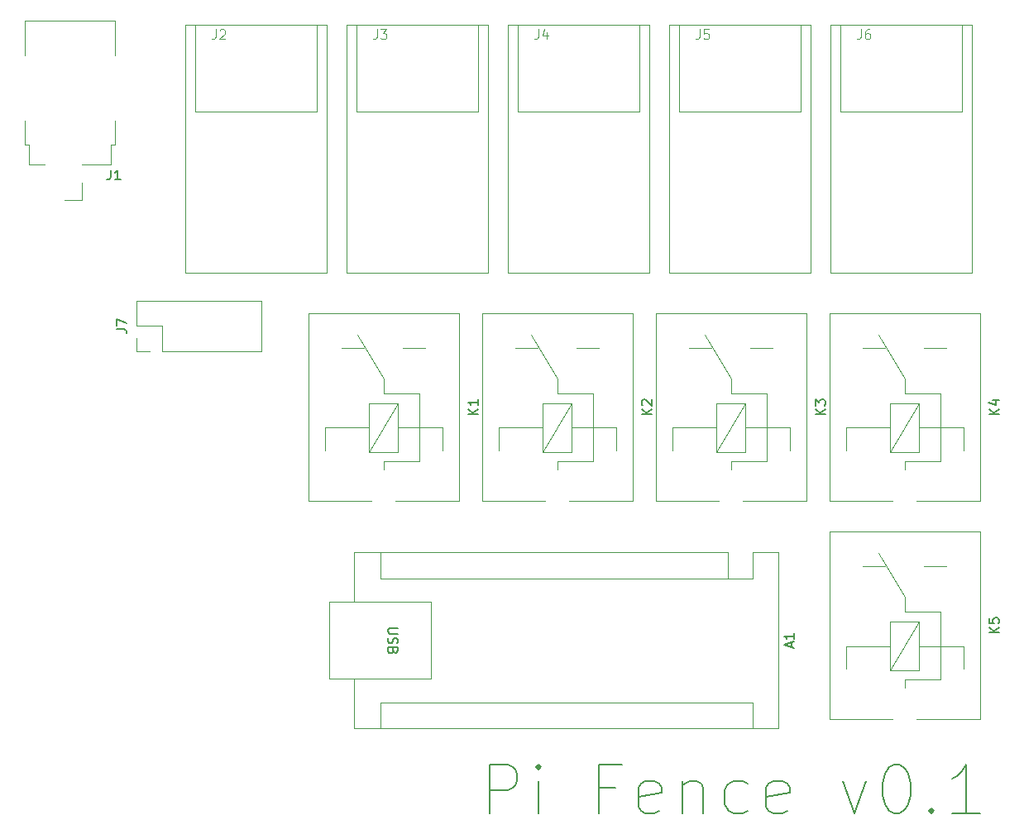
<source format=gbr>
%TF.GenerationSoftware,KiCad,Pcbnew,7.0.7*%
%TF.CreationDate,2023-09-19T13:24:35+02:00*%
%TF.ProjectId,PiFencePCB,50694665-6e63-4655-9043-422e6b696361,0.1*%
%TF.SameCoordinates,Original*%
%TF.FileFunction,Legend,Top*%
%TF.FilePolarity,Positive*%
%FSLAX46Y46*%
G04 Gerber Fmt 4.6, Leading zero omitted, Abs format (unit mm)*
G04 Created by KiCad (PCBNEW 7.0.7) date 2023-09-19 13:24:35*
%MOMM*%
%LPD*%
G01*
G04 APERTURE LIST*
%ADD10C,0.150000*%
%ADD11C,0.100000*%
%ADD12C,0.120000*%
G04 APERTURE END LIST*
D10*
X154705160Y-131460295D02*
X154705160Y-126460295D01*
X154705160Y-126460295D02*
X156609922Y-126460295D01*
X156609922Y-126460295D02*
X157086112Y-126698390D01*
X157086112Y-126698390D02*
X157324207Y-126936485D01*
X157324207Y-126936485D02*
X157562303Y-127412676D01*
X157562303Y-127412676D02*
X157562303Y-128126961D01*
X157562303Y-128126961D02*
X157324207Y-128603152D01*
X157324207Y-128603152D02*
X157086112Y-128841247D01*
X157086112Y-128841247D02*
X156609922Y-129079342D01*
X156609922Y-129079342D02*
X154705160Y-129079342D01*
X159705160Y-131460295D02*
X159705160Y-128126961D01*
X159705160Y-126460295D02*
X159467064Y-126698390D01*
X159467064Y-126698390D02*
X159705160Y-126936485D01*
X159705160Y-126936485D02*
X159943255Y-126698390D01*
X159943255Y-126698390D02*
X159705160Y-126460295D01*
X159705160Y-126460295D02*
X159705160Y-126936485D01*
X167562302Y-128841247D02*
X165895636Y-128841247D01*
X165895636Y-131460295D02*
X165895636Y-126460295D01*
X165895636Y-126460295D02*
X168276588Y-126460295D01*
X172086112Y-131222200D02*
X171609921Y-131460295D01*
X171609921Y-131460295D02*
X170657540Y-131460295D01*
X170657540Y-131460295D02*
X170181350Y-131222200D01*
X170181350Y-131222200D02*
X169943254Y-130746009D01*
X169943254Y-130746009D02*
X169943254Y-128841247D01*
X169943254Y-128841247D02*
X170181350Y-128365057D01*
X170181350Y-128365057D02*
X170657540Y-128126961D01*
X170657540Y-128126961D02*
X171609921Y-128126961D01*
X171609921Y-128126961D02*
X172086112Y-128365057D01*
X172086112Y-128365057D02*
X172324207Y-128841247D01*
X172324207Y-128841247D02*
X172324207Y-129317438D01*
X172324207Y-129317438D02*
X169943254Y-129793628D01*
X174467064Y-128126961D02*
X174467064Y-131460295D01*
X174467064Y-128603152D02*
X174705159Y-128365057D01*
X174705159Y-128365057D02*
X175181349Y-128126961D01*
X175181349Y-128126961D02*
X175895635Y-128126961D01*
X175895635Y-128126961D02*
X176371826Y-128365057D01*
X176371826Y-128365057D02*
X176609921Y-128841247D01*
X176609921Y-128841247D02*
X176609921Y-131460295D01*
X181133731Y-131222200D02*
X180657540Y-131460295D01*
X180657540Y-131460295D02*
X179705159Y-131460295D01*
X179705159Y-131460295D02*
X179228969Y-131222200D01*
X179228969Y-131222200D02*
X178990874Y-130984104D01*
X178990874Y-130984104D02*
X178752778Y-130507914D01*
X178752778Y-130507914D02*
X178752778Y-129079342D01*
X178752778Y-129079342D02*
X178990874Y-128603152D01*
X178990874Y-128603152D02*
X179228969Y-128365057D01*
X179228969Y-128365057D02*
X179705159Y-128126961D01*
X179705159Y-128126961D02*
X180657540Y-128126961D01*
X180657540Y-128126961D02*
X181133731Y-128365057D01*
X185181350Y-131222200D02*
X184705159Y-131460295D01*
X184705159Y-131460295D02*
X183752778Y-131460295D01*
X183752778Y-131460295D02*
X183276588Y-131222200D01*
X183276588Y-131222200D02*
X183038492Y-130746009D01*
X183038492Y-130746009D02*
X183038492Y-128841247D01*
X183038492Y-128841247D02*
X183276588Y-128365057D01*
X183276588Y-128365057D02*
X183752778Y-128126961D01*
X183752778Y-128126961D02*
X184705159Y-128126961D01*
X184705159Y-128126961D02*
X185181350Y-128365057D01*
X185181350Y-128365057D02*
X185419445Y-128841247D01*
X185419445Y-128841247D02*
X185419445Y-129317438D01*
X185419445Y-129317438D02*
X183038492Y-129793628D01*
X190895635Y-128126961D02*
X192086111Y-131460295D01*
X192086111Y-131460295D02*
X193276588Y-128126961D01*
X196133731Y-126460295D02*
X196609921Y-126460295D01*
X196609921Y-126460295D02*
X197086112Y-126698390D01*
X197086112Y-126698390D02*
X197324207Y-126936485D01*
X197324207Y-126936485D02*
X197562302Y-127412676D01*
X197562302Y-127412676D02*
X197800397Y-128365057D01*
X197800397Y-128365057D02*
X197800397Y-129555533D01*
X197800397Y-129555533D02*
X197562302Y-130507914D01*
X197562302Y-130507914D02*
X197324207Y-130984104D01*
X197324207Y-130984104D02*
X197086112Y-131222200D01*
X197086112Y-131222200D02*
X196609921Y-131460295D01*
X196609921Y-131460295D02*
X196133731Y-131460295D01*
X196133731Y-131460295D02*
X195657540Y-131222200D01*
X195657540Y-131222200D02*
X195419445Y-130984104D01*
X195419445Y-130984104D02*
X195181350Y-130507914D01*
X195181350Y-130507914D02*
X194943254Y-129555533D01*
X194943254Y-129555533D02*
X194943254Y-128365057D01*
X194943254Y-128365057D02*
X195181350Y-127412676D01*
X195181350Y-127412676D02*
X195419445Y-126936485D01*
X195419445Y-126936485D02*
X195657540Y-126698390D01*
X195657540Y-126698390D02*
X196133731Y-126460295D01*
X199943255Y-130984104D02*
X200181350Y-131222200D01*
X200181350Y-131222200D02*
X199943255Y-131460295D01*
X199943255Y-131460295D02*
X199705159Y-131222200D01*
X199705159Y-131222200D02*
X199943255Y-130984104D01*
X199943255Y-130984104D02*
X199943255Y-131460295D01*
X204943254Y-131460295D02*
X202086111Y-131460295D01*
X203514683Y-131460295D02*
X203514683Y-126460295D01*
X203514683Y-126460295D02*
X203038492Y-127174580D01*
X203038492Y-127174580D02*
X202562302Y-127650771D01*
X202562302Y-127650771D02*
X202086111Y-127888866D01*
X116572819Y-81867333D02*
X117287104Y-81867333D01*
X117287104Y-81867333D02*
X117429961Y-81914952D01*
X117429961Y-81914952D02*
X117525200Y-82010190D01*
X117525200Y-82010190D02*
X117572819Y-82153047D01*
X117572819Y-82153047D02*
X117572819Y-82248285D01*
X116572819Y-81486380D02*
X116572819Y-80819714D01*
X116572819Y-80819714D02*
X117572819Y-81248285D01*
D11*
X192706666Y-51146419D02*
X192706666Y-51860704D01*
X192706666Y-51860704D02*
X192659047Y-52003561D01*
X192659047Y-52003561D02*
X192563809Y-52098800D01*
X192563809Y-52098800D02*
X192420952Y-52146419D01*
X192420952Y-52146419D02*
X192325714Y-52146419D01*
X193611428Y-51146419D02*
X193420952Y-51146419D01*
X193420952Y-51146419D02*
X193325714Y-51194038D01*
X193325714Y-51194038D02*
X193278095Y-51241657D01*
X193278095Y-51241657D02*
X193182857Y-51384514D01*
X193182857Y-51384514D02*
X193135238Y-51574990D01*
X193135238Y-51574990D02*
X193135238Y-51955942D01*
X193135238Y-51955942D02*
X193182857Y-52051180D01*
X193182857Y-52051180D02*
X193230476Y-52098800D01*
X193230476Y-52098800D02*
X193325714Y-52146419D01*
X193325714Y-52146419D02*
X193516190Y-52146419D01*
X193516190Y-52146419D02*
X193611428Y-52098800D01*
X193611428Y-52098800D02*
X193659047Y-52051180D01*
X193659047Y-52051180D02*
X193706666Y-51955942D01*
X193706666Y-51955942D02*
X193706666Y-51717847D01*
X193706666Y-51717847D02*
X193659047Y-51622609D01*
X193659047Y-51622609D02*
X193611428Y-51574990D01*
X193611428Y-51574990D02*
X193516190Y-51527371D01*
X193516190Y-51527371D02*
X193325714Y-51527371D01*
X193325714Y-51527371D02*
X193230476Y-51574990D01*
X193230476Y-51574990D02*
X193182857Y-51622609D01*
X193182857Y-51622609D02*
X193135238Y-51717847D01*
X176196666Y-51146419D02*
X176196666Y-51860704D01*
X176196666Y-51860704D02*
X176149047Y-52003561D01*
X176149047Y-52003561D02*
X176053809Y-52098800D01*
X176053809Y-52098800D02*
X175910952Y-52146419D01*
X175910952Y-52146419D02*
X175815714Y-52146419D01*
X177149047Y-51146419D02*
X176672857Y-51146419D01*
X176672857Y-51146419D02*
X176625238Y-51622609D01*
X176625238Y-51622609D02*
X176672857Y-51574990D01*
X176672857Y-51574990D02*
X176768095Y-51527371D01*
X176768095Y-51527371D02*
X177006190Y-51527371D01*
X177006190Y-51527371D02*
X177101428Y-51574990D01*
X177101428Y-51574990D02*
X177149047Y-51622609D01*
X177149047Y-51622609D02*
X177196666Y-51717847D01*
X177196666Y-51717847D02*
X177196666Y-51955942D01*
X177196666Y-51955942D02*
X177149047Y-52051180D01*
X177149047Y-52051180D02*
X177101428Y-52098800D01*
X177101428Y-52098800D02*
X177006190Y-52146419D01*
X177006190Y-52146419D02*
X176768095Y-52146419D01*
X176768095Y-52146419D02*
X176672857Y-52098800D01*
X176672857Y-52098800D02*
X176625238Y-52051180D01*
X159686666Y-51146419D02*
X159686666Y-51860704D01*
X159686666Y-51860704D02*
X159639047Y-52003561D01*
X159639047Y-52003561D02*
X159543809Y-52098800D01*
X159543809Y-52098800D02*
X159400952Y-52146419D01*
X159400952Y-52146419D02*
X159305714Y-52146419D01*
X160591428Y-51479752D02*
X160591428Y-52146419D01*
X160353333Y-51098800D02*
X160115238Y-51813085D01*
X160115238Y-51813085D02*
X160734285Y-51813085D01*
X143176666Y-51146419D02*
X143176666Y-51860704D01*
X143176666Y-51860704D02*
X143129047Y-52003561D01*
X143129047Y-52003561D02*
X143033809Y-52098800D01*
X143033809Y-52098800D02*
X142890952Y-52146419D01*
X142890952Y-52146419D02*
X142795714Y-52146419D01*
X143557619Y-51146419D02*
X144176666Y-51146419D01*
X144176666Y-51146419D02*
X143843333Y-51527371D01*
X143843333Y-51527371D02*
X143986190Y-51527371D01*
X143986190Y-51527371D02*
X144081428Y-51574990D01*
X144081428Y-51574990D02*
X144129047Y-51622609D01*
X144129047Y-51622609D02*
X144176666Y-51717847D01*
X144176666Y-51717847D02*
X144176666Y-51955942D01*
X144176666Y-51955942D02*
X144129047Y-52051180D01*
X144129047Y-52051180D02*
X144081428Y-52098800D01*
X144081428Y-52098800D02*
X143986190Y-52146419D01*
X143986190Y-52146419D02*
X143700476Y-52146419D01*
X143700476Y-52146419D02*
X143605238Y-52098800D01*
X143605238Y-52098800D02*
X143557619Y-52051180D01*
X126666666Y-51146419D02*
X126666666Y-51860704D01*
X126666666Y-51860704D02*
X126619047Y-52003561D01*
X126619047Y-52003561D02*
X126523809Y-52098800D01*
X126523809Y-52098800D02*
X126380952Y-52146419D01*
X126380952Y-52146419D02*
X126285714Y-52146419D01*
X127095238Y-51241657D02*
X127142857Y-51194038D01*
X127142857Y-51194038D02*
X127238095Y-51146419D01*
X127238095Y-51146419D02*
X127476190Y-51146419D01*
X127476190Y-51146419D02*
X127571428Y-51194038D01*
X127571428Y-51194038D02*
X127619047Y-51241657D01*
X127619047Y-51241657D02*
X127666666Y-51336895D01*
X127666666Y-51336895D02*
X127666666Y-51432133D01*
X127666666Y-51432133D02*
X127619047Y-51574990D01*
X127619047Y-51574990D02*
X127047619Y-52146419D01*
X127047619Y-52146419D02*
X127666666Y-52146419D01*
D10*
X115926666Y-65554819D02*
X115926666Y-66269104D01*
X115926666Y-66269104D02*
X115879047Y-66411961D01*
X115879047Y-66411961D02*
X115783809Y-66507200D01*
X115783809Y-66507200D02*
X115640952Y-66554819D01*
X115640952Y-66554819D02*
X115545714Y-66554819D01*
X116926666Y-66554819D02*
X116355238Y-66554819D01*
X116640952Y-66554819D02*
X116640952Y-65554819D01*
X116640952Y-65554819D02*
X116545714Y-65697676D01*
X116545714Y-65697676D02*
X116450476Y-65792914D01*
X116450476Y-65792914D02*
X116355238Y-65840533D01*
X206854819Y-112948094D02*
X205854819Y-112948094D01*
X206854819Y-112376666D02*
X206283390Y-112805237D01*
X205854819Y-112376666D02*
X206426247Y-112948094D01*
X205854819Y-111471904D02*
X205854819Y-111948094D01*
X205854819Y-111948094D02*
X206331009Y-111995713D01*
X206331009Y-111995713D02*
X206283390Y-111948094D01*
X206283390Y-111948094D02*
X206235771Y-111852856D01*
X206235771Y-111852856D02*
X206235771Y-111614761D01*
X206235771Y-111614761D02*
X206283390Y-111519523D01*
X206283390Y-111519523D02*
X206331009Y-111471904D01*
X206331009Y-111471904D02*
X206426247Y-111424285D01*
X206426247Y-111424285D02*
X206664342Y-111424285D01*
X206664342Y-111424285D02*
X206759580Y-111471904D01*
X206759580Y-111471904D02*
X206807200Y-111519523D01*
X206807200Y-111519523D02*
X206854819Y-111614761D01*
X206854819Y-111614761D02*
X206854819Y-111852856D01*
X206854819Y-111852856D02*
X206807200Y-111948094D01*
X206807200Y-111948094D02*
X206759580Y-111995713D01*
X206854819Y-90588094D02*
X205854819Y-90588094D01*
X206854819Y-90016666D02*
X206283390Y-90445237D01*
X205854819Y-90016666D02*
X206426247Y-90588094D01*
X206188152Y-89159523D02*
X206854819Y-89159523D01*
X205807200Y-89397618D02*
X206521485Y-89635713D01*
X206521485Y-89635713D02*
X206521485Y-89016666D01*
X189074819Y-90588094D02*
X188074819Y-90588094D01*
X189074819Y-90016666D02*
X188503390Y-90445237D01*
X188074819Y-90016666D02*
X188646247Y-90588094D01*
X188074819Y-89683332D02*
X188074819Y-89064285D01*
X188074819Y-89064285D02*
X188455771Y-89397618D01*
X188455771Y-89397618D02*
X188455771Y-89254761D01*
X188455771Y-89254761D02*
X188503390Y-89159523D01*
X188503390Y-89159523D02*
X188551009Y-89111904D01*
X188551009Y-89111904D02*
X188646247Y-89064285D01*
X188646247Y-89064285D02*
X188884342Y-89064285D01*
X188884342Y-89064285D02*
X188979580Y-89111904D01*
X188979580Y-89111904D02*
X189027200Y-89159523D01*
X189027200Y-89159523D02*
X189074819Y-89254761D01*
X189074819Y-89254761D02*
X189074819Y-89540475D01*
X189074819Y-89540475D02*
X189027200Y-89635713D01*
X189027200Y-89635713D02*
X188979580Y-89683332D01*
X171294819Y-90588094D02*
X170294819Y-90588094D01*
X171294819Y-90016666D02*
X170723390Y-90445237D01*
X170294819Y-90016666D02*
X170866247Y-90588094D01*
X170390057Y-89635713D02*
X170342438Y-89588094D01*
X170342438Y-89588094D02*
X170294819Y-89492856D01*
X170294819Y-89492856D02*
X170294819Y-89254761D01*
X170294819Y-89254761D02*
X170342438Y-89159523D01*
X170342438Y-89159523D02*
X170390057Y-89111904D01*
X170390057Y-89111904D02*
X170485295Y-89064285D01*
X170485295Y-89064285D02*
X170580533Y-89064285D01*
X170580533Y-89064285D02*
X170723390Y-89111904D01*
X170723390Y-89111904D02*
X171294819Y-89683332D01*
X171294819Y-89683332D02*
X171294819Y-89064285D01*
X153514819Y-90588094D02*
X152514819Y-90588094D01*
X153514819Y-90016666D02*
X152943390Y-90445237D01*
X152514819Y-90016666D02*
X153086247Y-90588094D01*
X153514819Y-89064285D02*
X153514819Y-89635713D01*
X153514819Y-89349999D02*
X152514819Y-89349999D01*
X152514819Y-89349999D02*
X152657676Y-89445237D01*
X152657676Y-89445237D02*
X152752914Y-89540475D01*
X152752914Y-89540475D02*
X152800533Y-89635713D01*
X185589104Y-114444285D02*
X185589104Y-113968095D01*
X185874819Y-114539523D02*
X184874819Y-114206190D01*
X184874819Y-114206190D02*
X185874819Y-113872857D01*
X185874819Y-113015714D02*
X185874819Y-113587142D01*
X185874819Y-113301428D02*
X184874819Y-113301428D01*
X184874819Y-113301428D02*
X185017676Y-113396666D01*
X185017676Y-113396666D02*
X185112914Y-113491904D01*
X185112914Y-113491904D02*
X185160533Y-113587142D01*
X145325180Y-112468095D02*
X144515657Y-112468095D01*
X144515657Y-112468095D02*
X144420419Y-112515714D01*
X144420419Y-112515714D02*
X144372800Y-112563333D01*
X144372800Y-112563333D02*
X144325180Y-112658571D01*
X144325180Y-112658571D02*
X144325180Y-112849047D01*
X144325180Y-112849047D02*
X144372800Y-112944285D01*
X144372800Y-112944285D02*
X144420419Y-112991904D01*
X144420419Y-112991904D02*
X144515657Y-113039523D01*
X144515657Y-113039523D02*
X145325180Y-113039523D01*
X144372800Y-113468095D02*
X144325180Y-113610952D01*
X144325180Y-113610952D02*
X144325180Y-113849047D01*
X144325180Y-113849047D02*
X144372800Y-113944285D01*
X144372800Y-113944285D02*
X144420419Y-113991904D01*
X144420419Y-113991904D02*
X144515657Y-114039523D01*
X144515657Y-114039523D02*
X144610895Y-114039523D01*
X144610895Y-114039523D02*
X144706133Y-113991904D01*
X144706133Y-113991904D02*
X144753752Y-113944285D01*
X144753752Y-113944285D02*
X144801371Y-113849047D01*
X144801371Y-113849047D02*
X144848990Y-113658571D01*
X144848990Y-113658571D02*
X144896609Y-113563333D01*
X144896609Y-113563333D02*
X144944228Y-113515714D01*
X144944228Y-113515714D02*
X145039466Y-113468095D01*
X145039466Y-113468095D02*
X145134704Y-113468095D01*
X145134704Y-113468095D02*
X145229942Y-113515714D01*
X145229942Y-113515714D02*
X145277561Y-113563333D01*
X145277561Y-113563333D02*
X145325180Y-113658571D01*
X145325180Y-113658571D02*
X145325180Y-113896666D01*
X145325180Y-113896666D02*
X145277561Y-114039523D01*
X144848990Y-114801428D02*
X144801371Y-114944285D01*
X144801371Y-114944285D02*
X144753752Y-114991904D01*
X144753752Y-114991904D02*
X144658514Y-115039523D01*
X144658514Y-115039523D02*
X144515657Y-115039523D01*
X144515657Y-115039523D02*
X144420419Y-114991904D01*
X144420419Y-114991904D02*
X144372800Y-114944285D01*
X144372800Y-114944285D02*
X144325180Y-114849047D01*
X144325180Y-114849047D02*
X144325180Y-114468095D01*
X144325180Y-114468095D02*
X145325180Y-114468095D01*
X145325180Y-114468095D02*
X145325180Y-114801428D01*
X145325180Y-114801428D02*
X145277561Y-114896666D01*
X145277561Y-114896666D02*
X145229942Y-114944285D01*
X145229942Y-114944285D02*
X145134704Y-114991904D01*
X145134704Y-114991904D02*
X145039466Y-114991904D01*
X145039466Y-114991904D02*
X144944228Y-114944285D01*
X144944228Y-114944285D02*
X144896609Y-114896666D01*
X144896609Y-114896666D02*
X144848990Y-114801428D01*
X144848990Y-114801428D02*
X144848990Y-114468095D01*
D12*
%TO.C,J7*%
X118558000Y-78934000D02*
X131378000Y-78934000D01*
X118558000Y-78934000D02*
X118558000Y-81534000D01*
X131378000Y-78934000D02*
X131378000Y-84134000D01*
X118558000Y-82804000D02*
X118558000Y-84134000D01*
X121158000Y-81534000D02*
X121158000Y-84134000D01*
X118558000Y-81534000D02*
X121158000Y-81534000D01*
X118558000Y-84134000D02*
X119888000Y-84134000D01*
X121158000Y-84134000D02*
X131378000Y-84134000D01*
D11*
%TO.C,J6*%
X189611000Y-50673000D02*
X204089000Y-50673000D01*
X204089000Y-50673000D02*
X204089000Y-76073000D01*
X204089000Y-76073000D02*
X189611000Y-76073000D01*
X189611000Y-76073000D02*
X189611000Y-50673000D01*
X190627000Y-50673000D02*
X203073000Y-50673000D01*
X203073000Y-50673000D02*
X203073000Y-59563000D01*
X203073000Y-59563000D02*
X190627000Y-59563000D01*
X190627000Y-59563000D02*
X190627000Y-50673000D01*
%TO.C,J5*%
X173101000Y-50673000D02*
X187579000Y-50673000D01*
X187579000Y-50673000D02*
X187579000Y-76073000D01*
X187579000Y-76073000D02*
X173101000Y-76073000D01*
X173101000Y-76073000D02*
X173101000Y-50673000D01*
X174117000Y-50673000D02*
X186563000Y-50673000D01*
X186563000Y-50673000D02*
X186563000Y-59563000D01*
X186563000Y-59563000D02*
X174117000Y-59563000D01*
X174117000Y-59563000D02*
X174117000Y-50673000D01*
%TO.C,J4*%
X156591000Y-50673000D02*
X171069000Y-50673000D01*
X171069000Y-50673000D02*
X171069000Y-76073000D01*
X171069000Y-76073000D02*
X156591000Y-76073000D01*
X156591000Y-76073000D02*
X156591000Y-50673000D01*
X157607000Y-50673000D02*
X170053000Y-50673000D01*
X170053000Y-50673000D02*
X170053000Y-59563000D01*
X170053000Y-59563000D02*
X157607000Y-59563000D01*
X157607000Y-59563000D02*
X157607000Y-50673000D01*
%TO.C,J3*%
X140081000Y-50673000D02*
X154559000Y-50673000D01*
X154559000Y-50673000D02*
X154559000Y-76073000D01*
X154559000Y-76073000D02*
X140081000Y-76073000D01*
X140081000Y-76073000D02*
X140081000Y-50673000D01*
X141097000Y-50673000D02*
X153543000Y-50673000D01*
X153543000Y-50673000D02*
X153543000Y-59563000D01*
X153543000Y-59563000D02*
X141097000Y-59563000D01*
X141097000Y-59563000D02*
X141097000Y-50673000D01*
%TO.C,J2*%
X123571000Y-50673000D02*
X138049000Y-50673000D01*
X138049000Y-50673000D02*
X138049000Y-76073000D01*
X138049000Y-76073000D02*
X123571000Y-76073000D01*
X123571000Y-76073000D02*
X123571000Y-50673000D01*
X124587000Y-50673000D02*
X137033000Y-50673000D01*
X137033000Y-50673000D02*
X137033000Y-59563000D01*
X137033000Y-59563000D02*
X124587000Y-59563000D01*
X124587000Y-59563000D02*
X124587000Y-50673000D01*
D12*
%TO.C,J1*%
X115960000Y-64950000D02*
X112960000Y-64950000D01*
X116360000Y-50250000D02*
X116360000Y-53800000D01*
X107560000Y-64950000D02*
X107560000Y-62950000D01*
X107160000Y-53800000D02*
X107160000Y-50250000D01*
X109160000Y-64950000D02*
X107560000Y-64950000D01*
X112950000Y-66850000D02*
X112950000Y-68590000D01*
X107560000Y-62950000D02*
X107160000Y-62950000D01*
X115960000Y-62950000D02*
X115960000Y-64950000D01*
X112950000Y-68590000D02*
X111210000Y-68590000D01*
X116360000Y-62950000D02*
X115960000Y-62950000D01*
X116360000Y-60500000D02*
X116360000Y-62950000D01*
X107160000Y-50250000D02*
X116360000Y-50250000D01*
X107160000Y-62950000D02*
X107160000Y-60500000D01*
%TO.C,K5*%
X195700000Y-116810000D02*
X195700000Y-111810000D01*
X197200000Y-109310000D02*
X194500000Y-104810000D01*
X191200000Y-114310000D02*
X195700000Y-114310000D01*
X198700000Y-114310000D02*
X203200000Y-114310000D01*
X197200000Y-110810000D02*
X197200000Y-109310000D01*
X195700000Y-111810000D02*
X198700000Y-111810000D01*
X189500000Y-102610000D02*
X204900000Y-102610000D01*
X197200000Y-117710000D02*
X200900000Y-117710000D01*
X200900000Y-110810000D02*
X200900000Y-117710000D01*
X197200000Y-117710000D02*
X197200000Y-118610000D01*
X191200000Y-114310000D02*
X191200000Y-116610000D01*
X198700000Y-111810000D02*
X198700000Y-116810000D01*
X204900000Y-102610000D02*
X204900000Y-121810000D01*
X198700000Y-111810000D02*
X195700000Y-116810000D01*
X197200000Y-110810000D02*
X200900000Y-110810000D01*
X189500000Y-121810000D02*
X189500000Y-102610000D01*
X198400000Y-121810000D02*
X204900000Y-121810000D01*
X201500000Y-106110000D02*
X199200000Y-106110000D01*
X192900000Y-106110000D02*
X195200000Y-106110000D01*
X203200000Y-116610000D02*
X203200000Y-114310000D01*
X198700000Y-116810000D02*
X195700000Y-116810000D01*
X189500000Y-121810000D02*
X196000000Y-121810000D01*
%TO.C,K4*%
X195700000Y-94450000D02*
X195700000Y-89450000D01*
X197200000Y-86950000D02*
X194500000Y-82450000D01*
X191200000Y-91950000D02*
X195700000Y-91950000D01*
X198700000Y-91950000D02*
X203200000Y-91950000D01*
X197200000Y-88450000D02*
X197200000Y-86950000D01*
X195700000Y-89450000D02*
X198700000Y-89450000D01*
X189500000Y-80250000D02*
X204900000Y-80250000D01*
X197200000Y-95350000D02*
X200900000Y-95350000D01*
X200900000Y-88450000D02*
X200900000Y-95350000D01*
X197200000Y-95350000D02*
X197200000Y-96250000D01*
X191200000Y-91950000D02*
X191200000Y-94250000D01*
X198700000Y-89450000D02*
X198700000Y-94450000D01*
X204900000Y-80250000D02*
X204900000Y-99450000D01*
X198700000Y-89450000D02*
X195700000Y-94450000D01*
X197200000Y-88450000D02*
X200900000Y-88450000D01*
X189500000Y-99450000D02*
X189500000Y-80250000D01*
X198400000Y-99450000D02*
X204900000Y-99450000D01*
X201500000Y-83750000D02*
X199200000Y-83750000D01*
X192900000Y-83750000D02*
X195200000Y-83750000D01*
X203200000Y-94250000D02*
X203200000Y-91950000D01*
X198700000Y-94450000D02*
X195700000Y-94450000D01*
X189500000Y-99450000D02*
X196000000Y-99450000D01*
%TO.C,K3*%
X177920000Y-94450000D02*
X177920000Y-89450000D01*
X179420000Y-86950000D02*
X176720000Y-82450000D01*
X173420000Y-91950000D02*
X177920000Y-91950000D01*
X180920000Y-91950000D02*
X185420000Y-91950000D01*
X179420000Y-88450000D02*
X179420000Y-86950000D01*
X177920000Y-89450000D02*
X180920000Y-89450000D01*
X171720000Y-80250000D02*
X187120000Y-80250000D01*
X179420000Y-95350000D02*
X183120000Y-95350000D01*
X183120000Y-88450000D02*
X183120000Y-95350000D01*
X179420000Y-95350000D02*
X179420000Y-96250000D01*
X173420000Y-91950000D02*
X173420000Y-94250000D01*
X180920000Y-89450000D02*
X180920000Y-94450000D01*
X187120000Y-80250000D02*
X187120000Y-99450000D01*
X180920000Y-89450000D02*
X177920000Y-94450000D01*
X179420000Y-88450000D02*
X183120000Y-88450000D01*
X171720000Y-99450000D02*
X171720000Y-80250000D01*
X180620000Y-99450000D02*
X187120000Y-99450000D01*
X183720000Y-83750000D02*
X181420000Y-83750000D01*
X175120000Y-83750000D02*
X177420000Y-83750000D01*
X185420000Y-94250000D02*
X185420000Y-91950000D01*
X180920000Y-94450000D02*
X177920000Y-94450000D01*
X171720000Y-99450000D02*
X178220000Y-99450000D01*
%TO.C,K2*%
X160140000Y-94450000D02*
X160140000Y-89450000D01*
X161640000Y-86950000D02*
X158940000Y-82450000D01*
X155640000Y-91950000D02*
X160140000Y-91950000D01*
X163140000Y-91950000D02*
X167640000Y-91950000D01*
X161640000Y-88450000D02*
X161640000Y-86950000D01*
X160140000Y-89450000D02*
X163140000Y-89450000D01*
X153940000Y-80250000D02*
X169340000Y-80250000D01*
X161640000Y-95350000D02*
X165340000Y-95350000D01*
X165340000Y-88450000D02*
X165340000Y-95350000D01*
X161640000Y-95350000D02*
X161640000Y-96250000D01*
X155640000Y-91950000D02*
X155640000Y-94250000D01*
X163140000Y-89450000D02*
X163140000Y-94450000D01*
X169340000Y-80250000D02*
X169340000Y-99450000D01*
X163140000Y-89450000D02*
X160140000Y-94450000D01*
X161640000Y-88450000D02*
X165340000Y-88450000D01*
X153940000Y-99450000D02*
X153940000Y-80250000D01*
X162840000Y-99450000D02*
X169340000Y-99450000D01*
X165940000Y-83750000D02*
X163640000Y-83750000D01*
X157340000Y-83750000D02*
X159640000Y-83750000D01*
X167640000Y-94250000D02*
X167640000Y-91950000D01*
X163140000Y-94450000D02*
X160140000Y-94450000D01*
X153940000Y-99450000D02*
X160440000Y-99450000D01*
%TO.C,K1*%
X142360000Y-94450000D02*
X142360000Y-89450000D01*
X143860000Y-86950000D02*
X141160000Y-82450000D01*
X137860000Y-91950000D02*
X142360000Y-91950000D01*
X145360000Y-91950000D02*
X149860000Y-91950000D01*
X143860000Y-88450000D02*
X143860000Y-86950000D01*
X142360000Y-89450000D02*
X145360000Y-89450000D01*
X136160000Y-80250000D02*
X151560000Y-80250000D01*
X143860000Y-95350000D02*
X147560000Y-95350000D01*
X147560000Y-88450000D02*
X147560000Y-95350000D01*
X143860000Y-95350000D02*
X143860000Y-96250000D01*
X137860000Y-91950000D02*
X137860000Y-94250000D01*
X145360000Y-89450000D02*
X145360000Y-94450000D01*
X151560000Y-80250000D02*
X151560000Y-99450000D01*
X145360000Y-89450000D02*
X142360000Y-94450000D01*
X143860000Y-88450000D02*
X147560000Y-88450000D01*
X136160000Y-99450000D02*
X136160000Y-80250000D01*
X145060000Y-99450000D02*
X151560000Y-99450000D01*
X148160000Y-83750000D02*
X145860000Y-83750000D01*
X139560000Y-83750000D02*
X141860000Y-83750000D01*
X149860000Y-94250000D02*
X149860000Y-91950000D01*
X145360000Y-94450000D02*
X142360000Y-94450000D01*
X136160000Y-99450000D02*
X142660000Y-99450000D01*
%TO.C,A1*%
X181610000Y-107380000D02*
X181610000Y-104710000D01*
X138300000Y-117670000D02*
X138300000Y-109790000D01*
X140840000Y-122750000D02*
X184280000Y-122750000D01*
X138300000Y-109790000D02*
X148720000Y-109790000D01*
X148720000Y-117670000D02*
X138300000Y-117670000D01*
X140840000Y-122750000D02*
X140840000Y-117670000D01*
X179070000Y-104710000D02*
X140840000Y-104710000D01*
X143510000Y-107380000D02*
X143510000Y-104710000D01*
X181610000Y-120080000D02*
X143510000Y-120080000D01*
X179070000Y-107380000D02*
X181610000Y-107380000D01*
X143510000Y-120080000D02*
X143510000Y-122750000D01*
X181610000Y-120080000D02*
X181610000Y-122750000D01*
X179070000Y-107380000D02*
X179070000Y-104710000D01*
X184280000Y-122750000D02*
X184280000Y-104710000D01*
X140840000Y-104710000D02*
X140840000Y-109790000D01*
X184280000Y-104710000D02*
X181610000Y-104710000D01*
X148720000Y-109790000D02*
X148720000Y-117670000D01*
X179070000Y-107380000D02*
X143510000Y-107380000D01*
%TD*%
M02*

</source>
